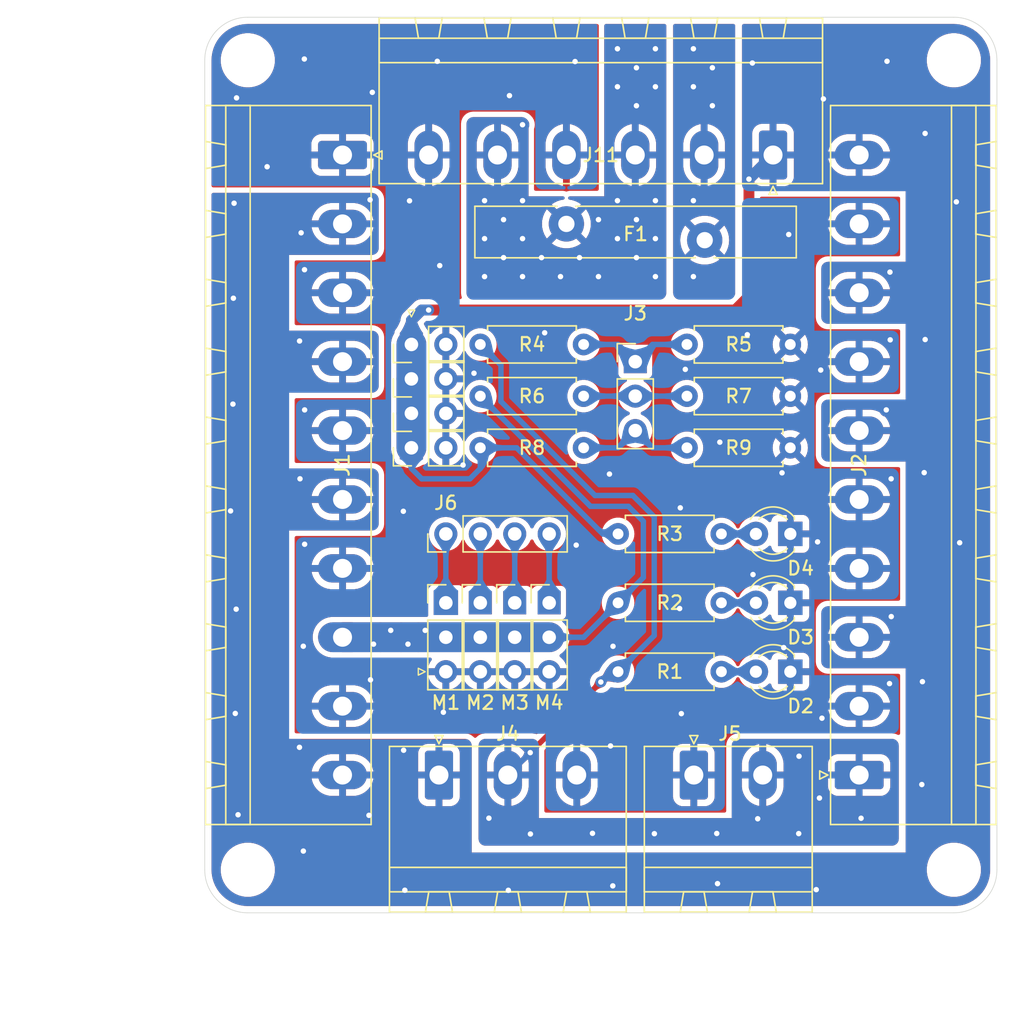
<source format=kicad_pcb>
(kicad_pcb (version 20240108) (generator "pcbnew") (generator_version "8.0")
  (layers (0 "F.Cu" power) (31 "B.Cu" power) (36 "B.SilkS" user "B.Silkscreen") (37 "F.SilkS" user "F.Silkscreen") (38 "B.Mask" user) (39 "F.Mask" user) (44 "Edge.Cuts" user))
  (net 0 "")
  (net 1 "Net-(D2-A)")
  (net 2 "GND")
  (net 3 "Net-(D3-A)")
  (net 4 "Net-(D4-A)")
  (net 5 "+4S")
  (net 6 "+8V")
  (net 7 "+5V")
  (net 8 "Net-(J3-Pin_1)")
  (net 9 "Net-(J3-Pin_2)")
  (net 10 "Net-(J3-Pin_3)")
  (net 11 "/PWM_SV3")
  (net 12 "/PWM_SV2")
  (net 13 "/PWM_SV4")
  (net 14 "/PWM_SV1")
  (net 15 "Net-(J11-Pin_2)")
  (net 16 "Net-(J11-Pin_3)")
  (footprint "MountingHole:MountingHole_3.2mm_M3" (layer "F.Cu") (at 180.975 123.825)
    (property "Reference" "H3" (hide yes))
    (property "Value" "MountingHole")
    (pad "" np_thru_hole circle (at 0 0) (size 3.2 3.2) (drill 3.2) (layers "*.Cu" "*.Mask"))
  )
  (footprint "Connectors_JST:JST_XH_1x04_P2.54mm_Vertical" (layer "F.Cu") (at 143.51 99.06 90)
    (property "Reference" "J6" (at 2.286 0 180) (layer "F.SilkS") (effects (font (thickness 0.16))))
    (property "Value" "Conn_01x04")
    (pad "1" thru_hole circle (at 0 0 90) (size 1.7 1.7) (drill 1) (layers "*.Cu" "*.Mask") (net 14 "/PWM_SV1"))
    (pad "2" thru_hole oval (at 0 2.54 90) (size 1.7 1.7) (drill 1) (layers "*.Cu" "*.Mask") (net 12 "/PWM_SV2"))
    (pad "3" thru_hole oval (at 0 5.08 90) (size 1.7 1.7) (drill 1) (layers "*.Cu" "*.Mask") (net 11 "/PWM_SV3"))
    (pad "4" thru_hole oval (at 0 7.62 90) (size 1.7 1.7) (drill 1) (layers "*.Cu" "*.Mask") (net 13 "/PWM_SV4"))
  )
  (footprint "Connector_PinHeader_2.54mm:PinHeader_1x02_P2.54mm_Vertical" (layer "F.Cu") (at 140.97 92.71 90)
    (property "Reference" "J10" (hide yes))
    (property "Value" "Conn_01x02")
    (pad "1" thru_hole rect (at 0 0 90) (size 1.7 1.7) (drill 1) (layers "*.Cu" "*.Mask") (net 5 "+4S"))
    (pad "2" thru_hole oval (at 0 2.54 90) (size 1.7 1.7) (drill 1) (layers "*.Cu" "*.Mask") (net 2 "GND"))
  )
  (footprint "Resistor_THT:R_Axial_DIN0207_L6.3mm_D2.5mm_P7.62mm_Horizontal" (layer "F.Cu") (at 168.91 88.9 180)
    (property "Reference" "R7" (at 3.81 0 0) (layer "F.SilkS") (effects (font (thickness 0.16))))
    (property "Value" "10k")
    (pad "1" thru_hole circle (at 0 0 180) (size 1.6 1.6) (drill 0.8) (layers "*.Cu" "*.Mask") (net 2 "GND"))
    (pad "2" thru_hole oval (at 7.62 0 180) (size 1.6 1.6) (drill 0.8) (layers "*.Cu" "*.Mask") (net 9 "Net-(J3-Pin_2)"))
  )
  (footprint "Resistor_THT:R_Axial_DIN0207_L6.3mm_D2.5mm_P7.62mm_Horizontal" (layer "F.Cu") (at 146.05 92.71)
    (property "Reference" "R8" (at 3.81 0 0) (layer "F.SilkS") (effects (font (thickness 0.16))))
    (property "Value" "5k")
    (pad "1" thru_hole circle (at 0 0) (size 1.6 1.6) (drill 0.8) (layers "*.Cu" "*.Mask") (net 5 "+4S"))
    (pad "2" thru_hole oval (at 7.62 0) (size 1.6 1.6) (drill 0.8) (layers "*.Cu" "*.Mask") (net 10 "Net-(J3-Pin_3)"))
  )
  (footprint "Connector_PinHeader_2.54mm:PinHeader_1x02_P2.54mm_Vertical" (layer "F.Cu") (at 140.97 87.63 90)
    (property "Reference" "J8" (hide yes))
    (property "Value" "Conn_01x02")
    (pad "1" thru_hole rect (at 0 0 90) (size 1.7 1.7) (drill 1) (layers "*.Cu" "*.Mask") (net 5 "+4S"))
    (pad "2" thru_hole oval (at 0 2.54 90) (size 1.7 1.7) (drill 1) (layers "*.Cu" "*.Mask") (net 2 "GND"))
  )
  (footprint "MountingHole:MountingHole_3.2mm_M3" (layer "F.Cu") (at 128.905 123.825)
    (property "Reference" "H4" (hide yes))
    (property "Value" "MountingHole")
    (pad "" np_thru_hole circle (at 0 0) (size 3.2 3.2) (drill 3.2) (layers "*.Cu" "*.Mask"))
  )
  (footprint "Connector_PinHeader_2.54mm:PinHeader_1x03_P2.54mm_Vertical" (layer "F.Cu") (at 146.05 104.14)
    (property "Reference" "M2" (at 0 7.366 0) (layer "F.SilkS") (effects (font (thickness 0.16))))
    (property "Value" "Motor_Servo")
    (pad "1" thru_hole rect (at 0 0) (size 1.7 1.7) (drill 1) (layers "*.Cu" "*.Mask") (net 12 "/PWM_SV2"))
    (pad "2" thru_hole oval (at 0 2.54) (size 1.7 1.7) (drill 1) (layers "*.Cu" "*.Mask") (net 6 "+8V"))
    (pad "3" thru_hole oval (at 0 5.08) (size 1.7 1.7) (drill 1) (layers "*.Cu" "*.Mask") (net 2 "GND"))
  )
  (footprint "Resistor_THT:R_Axial_DIN0207_L6.3mm_D2.5mm_P7.62mm_Horizontal" (layer "F.Cu") (at 168.91 92.71 180)
    (property "Reference" "R9" (at 3.81 0 0) (layer "F.SilkS") (effects (font (thickness 0.16))))
    (property "Value" "10k")
    (pad "1" thru_hole circle (at 0 0 180) (size 1.6 1.6) (drill 0.8) (layers "*.Cu" "*.Mask") (net 2 "GND"))
    (pad "2" thru_hole oval (at 7.62 0 180) (size 1.6 1.6) (drill 0.8) (layers "*.Cu" "*.Mask") (net 10 "Net-(J3-Pin_3)"))
  )
  (footprint "Resistor_THT:R_Axial_DIN0207_L6.3mm_D2.5mm_P7.62mm_Horizontal" (layer "F.Cu") (at 156.21 104.14)
    (property "Reference" "R2" (at 3.81 0 0) (layer "F.SilkS") (effects (font (thickness 0.16))))
    (property "Value" "330")
    (pad "1" thru_hole circle (at 0 0) (size 1.6 1.6) (drill 0.8) (layers "*.Cu" "*.Mask") (net 6 "+8V"))
    (pad "2" thru_hole oval (at 7.62 0) (size 1.6 1.6) (drill 0.8) (layers "*.Cu" "*.Mask") (net 3 "Net-(D3-A)"))
  )
  (footprint "MountingHole:MountingHole_3.2mm_M3" (layer "F.Cu") (at 128.905 64.135)
    (property "Reference" "H1" (hide yes))
    (property "Value" "MountingHole")
    (pad "" np_thru_hole circle (at 0 0) (size 3.2 3.2) (drill 3.2) (layers "*.Cu" "*.Mask"))
  )
  (footprint "Resistor_THT:R_Axial_DIN0207_L6.3mm_D2.5mm_P7.62mm_Horizontal" (layer "F.Cu") (at 146.05 85.09)
    (property "Reference" "R4" (at 3.81 0 0) (layer "F.SilkS") (effects (font (thickness 0.16))))
    (property "Value" "39k")
    (pad "1" thru_hole circle (at 0 0) (size 1.6 1.6) (drill 0.8) (layers "*.Cu" "*.Mask") (net 7 "+5V"))
    (pad "2" thru_hole oval (at 7.62 0) (size 1.6 1.6) (drill 0.8) (layers "*.Cu" "*.Mask") (net 8 "Net-(J3-Pin_1)"))
  )
  (footprint "Connector_PinHeader_2.54mm:PinHeader_1x03_P2.54mm_Vertical" (layer "F.Cu") (at 143.51 104.14)
    (property "Reference" "M1" (at 0 7.366 0) (layer "F.SilkS") (effects (font (thickness 0.16))))
    (property "Value" "Motor_Servo")
    (pad "1" thru_hole rect (at 0 0) (size 1.8 1.8) (drill 1) (layers "*.Cu" "*.Mask") (net 14 "/PWM_SV1"))
    (pad "2" thru_hole oval (at 0 2.54) (size 1.7 1.7) (drill 1) (layers "*.Cu" "*.Mask") (net 6 "+8V"))
    (pad "3" thru_hole oval (at 0 5.08) (size 1.7 1.7) (drill 1) (layers "*.Cu" "*.Mask") (net 2 "GND"))
  )
  (footprint "Fuses_THT:Fuse_Tyco_RGEF1400" (layer "F.Cu") (at 152.4 76.2)
    (property "Reference" "F1" (at 5.099999 0.75 0) (layer "F.SilkS") (effects (font (thickness 0.16))))
    (property "Value" "Polyfuse_Small")
    (pad "1" thru_hole circle (at 0 0) (size 2.6 2.6) (drill 1.2) (layers "*.Cu" "*.Mask") (net 16 "Net-(J11-Pin_3)"))
    (pad "2" thru_hole circle (at 10.2 1.2) (size 2.6 2.6) (drill 1.2) (layers "*.Cu" "*.Mask") (net 15 "Net-(J11-Pin_2)"))
  )
  (footprint "Resistor_THT:R_Axial_DIN0207_L6.3mm_D2.5mm_P7.62mm_Horizontal" (layer "F.Cu") (at 156.21 99.06)
    (property "Reference" "R3" (at 3.81 0 0) (layer "F.SilkS") (effects (font (thickness 0.16))))
    (property "Value" "150")
    (pad "1" thru_hole circle (at 0 0) (size 1.6 1.6) (drill 0.8) (layers "*.Cu" "*.Mask") (net 5 "+4S"))
    (pad "2" thru_hole oval (at 7.62 0) (size 1.6 1.6) (drill 0.8) (layers "*.Cu" "*.Mask") (net 4 "Net-(D4-A)"))
  )
  (footprint "Connector_PinHeader_2.54mm:PinHeader_1x02_P2.54mm_Vertical" (layer "F.Cu") (at 140.97 85.09 90)
    (property "Reference" "J7" (hide yes))
    (property "Value" "Conn_01x02")
    (pad "1" thru_hole rect (at 0 0 90) (size 1.7 1.7) (drill 1) (layers "*.Cu" "*.Mask") (net 5 "+4S"))
    (pad "2" thru_hole oval (at 0 2.54 90) (size 1.7 1.7) (drill 1) (layers "*.Cu" "*.Mask") (net 2 "GND"))
  )
  (footprint "Connector_Phoenix_MSTB:PhoenixContact_MSTBA_2,5_10-G-5,08_1x10_P5.08mm_Horizontal" (layer "F.Cu") (at 173.99 116.84 90)
    (property "Reference" "J2" (at 22.86 0 90) (layer "F.SilkS") (effects (font (thickness 0.16))))
    (property "Value" "Screw_Terminal_01x10")
    (pad "1" thru_hole roundrect (at 0 0 90) (size 2.08 3.6) (drill 1.4) (layers "*.Cu" "*.Mask") (roundrect_rratio 0.120192) (net 7 "+5V"))
    (pad "2" thru_hole oval (at 5.08 0 90) (size 2.08 3.6) (drill 1.4) (layers "*.Cu" "*.Mask") (net 2 "GND"))
    (pad "3" thru_hole oval (at 10.16 0 90) (size 2.08 3.6) (drill 1.4) (layers "*.Cu" "*.Mask") (net 5 "+4S"))
    (pad "4" thru_hole oval (at 15.24 0 90) (size 2.08 3.6) (drill 1.4) (layers "*.Cu" "*.Mask") (net 2 "GND"))
    (pad "5" thru_hole oval (at 20.32 0 90) (size 2.08 3.6) (drill 1.4) (layers "*.Cu" "*.Mask") (net 2 "GND"))
    (pad "6" thru_hole oval (at 25.4 0 90) (size 2.08 3.6) (drill 1.4) (layers "*.Cu" "*.Mask") (net 5 "+4S"))
    (pad "7" thru_hole oval (at 30.48 0 90) (size 2.08 3.6) (drill 1.4) (layers "*.Cu" "*.Mask") (net 2 "GND"))
    (pad "8" thru_hole oval (at 35.56 0 90) (size 2.08 3.6) (drill 1.4) (layers "*.Cu" "*.Mask") (net 5 "+4S"))
    (pad "9" thru_hole oval (at 40.64 0 90) (size 2.08 3.6) (drill 1.4) (layers "*.Cu" "*.Mask") (net 2 "GND"))
    (pad "10" thru_hole oval (at 45.72 0 90) (size 2.08 3.6) (drill 1.4) (layers "*.Cu" "*.Mask") (net 5 "+4S"))
  )
  (footprint "Connector_Phoenix_MSTB:PhoenixContact_MSTBA_2,5_6-G-5,08_1x06_P5.08mm_Horizontal" (layer "F.Cu") (at 167.64 71.12 180)
    (property "Reference" "J11" (at 12.7 0 0) (layer "F.SilkS") (effects (font (thickness 0.16))))
    (property "Value" "Screw_Terminal_01x06")
    (pad "1" thru_hole roundrect (at 0 0 180) (size 2.08 3.6) (drill 1.4) (layers "*.Cu" "*.Mask") (roundrect_rratio 0.120192) (net 5 "+4S"))
    (pad "2" thru_hole oval (at 5.08 0 180) (size 2.08 3.6) (drill 1.4) (layers "*.Cu" "*.Mask") (net 15 "Net-(J11-Pin_2)"))
    (pad "3" thru_hole oval (at 10.16 0 180) (size 2.08 3.6) (drill 1.4) (layers "*.Cu" "*.Mask") (net 16 "Net-(J11-Pin_3)"))
    (pad "4" thru_hole oval (at 15.24 0 180) (size 2.08 3.6) (drill 1.4) (layers "*.Cu" "*.Mask") (net 2 "GND"))
    (pad "5" thru_hole oval (at 20.32 0 180) (size 2.08 3.6) (drill 1.4) (layers "*.Cu" "*.Mask") (net 16 "Net-(J11-Pin_3)"))
    (pad "6" thru_hole oval (at 25.4 0 180) (size 2.08 3.6) (drill 1.4) (layers "*.Cu" "*.Mask") (net 2 "GND"))
  )
  (footprint "Resistor_THT:R_Axial_DIN0207_L6.3mm_D2.5mm_P7.62mm_Horizontal" (layer "F.Cu") (at 168.91 85.09 180)
    (property "Reference" "R5" (at 3.81 0 0) (layer "F.SilkS") (effects (font (thickness 0.16))))
    (property "Value" "10k")
    (pad "1" thru_hole circle (at 0 0 180) (size 1.6 1.6) (drill 0.8) (layers "*.Cu" "*.Mask") (net 2 "GND"))
    (pad "2" thru_hole oval (at 7.62 0 180) (size 1.6 1.6) (drill 0.8) (layers "*.Cu" "*.Mask") (net 8 "Net-(J3-Pin_1)"))
  )
  (footprint "LED_THT:LED_D3.0mm_Clear" (layer "F.Cu") (at 168.915 109.22 180)
    (property "Reference" "D2" (at -0.757 -2.54 0) (layer "F.SilkS") (effects (font (thickness 0.16))))
    (property "Value" "LED_Small")
    (pad "1" thru_hole rect (at 0 0 180) (size 1.8 1.8) (drill 0.9) (layers "*.Cu" "*.Mask") (net 2 "GND"))
    (pad "2" thru_hole circle (at 2.54 0 180) (size 1.8 1.8) (drill 0.9) (layers "*.Cu" "*.Mask") (net 1 "Net-(D2-A)"))
  )
  (footprint "LED_THT:LED_D3.0mm_Clear" (layer "F.Cu") (at 168.915 104.14 180)
    (property "Reference" "D3" (at -0.757 -2.54 0) (layer "F.SilkS") (effects (font (thickness 0.16))))
    (property "Value" "LED_Small")
    (pad "1" thru_hole rect (at 0 0 180) (size 1.8 1.8) (drill 0.9) (layers "*.Cu" "*.Mask") (net 2 "GND"))
    (pad "2" thru_hole circle (at 2.54 0 180) (size 1.8 1.8) (drill 0.9) (layers "*.Cu" "*.Mask") (net 3 "Net-(D3-A)"))
  )
  (footprint "LED_THT:LED_D3.0mm_Clear" (layer "F.Cu") (at 168.915 99.06 180)
    (property "Reference" "D4" (at -0.757 -2.54 0) (layer "F.SilkS") (effects (font (thickness 0.16))))
    (property "Value" "LED_Small")
    (pad "1" thru_hole rect (at 0 0 180) (size 1.8 1.8) (drill 0.9) (layers "*.Cu" "*.Mask") (net 2 "GND"))
    (pad "2" thru_hole circle (at 2.54 0 180) (size 1.8 1.8) (drill 0.9) (layers "*.Cu" "*.Mask") (net 4 "Net-(D4-A)"))
  )
  (footprint "Resistor_THT:R_Axial_DIN0207_L6.3mm_D2.5mm_P7.62mm_Horizontal" (layer "F.Cu") (at 146.05 88.9)
    (property "Reference" "R6" (at 3.81 0 0) (layer "F.SilkS") (effects (font (thickness 0.16))))
    (property "Value" "15k")
    (pad "1" thru_hole circle (at 0 0) (size 1.6 1.6) (drill 0.8) (layers "*.Cu" "*.Mask") (net 6 "+8V"))
    (pad "2" thru_hole oval (at 7.62 0) (size 1.6 1.6) (drill 0.8) (layers "*.Cu" "*.Mask") (net 9 "Net-(J3-Pin_2)"))
  )
  (footprint "Connector_PinHeader_2.54mm:PinHeader_1x03_P2.54mm_Vertical" (layer "F.Cu") (at 148.59 104.14)
    (property "Reference" "M3" (at 0 7.366 0) (layer "F.SilkS") (effects (font (thickness 0.16))))
    (property "Value" "Motor_Servo")
    (pad "1" thru_hole rect (at 0 0) (size 1.7 1.7) (drill 1) (layers "*.Cu" "*.Mask") (net 11 "/PWM_SV3"))
    (pad "2" thru_hole oval (at 0 2.54) (size 1.7 1.7) (drill 1) (layers "*.Cu" "*.Mask") (net 6 "+8V"))
    (pad "3" thru_hole oval (at 0 5.08) (size 1.7 1.7) (drill 1) (layers "*.Cu" "*.Mask") (net 2 "GND"))
  )
  (footprint "Connectors_JST:JST_XH_1x03_P2.54mm_Vertical" (layer "F.Cu") (at 157.48 86.36)
    (property "Reference" "J3" (at 0 -3.556 0) (layer "F.SilkS") (effects (font (thickness 0.16))))
    (property "Value" "Conn_01x03")
    (pad "1" thru_hole rect (at 0 0) (size 1.7 1.7) (drill 1) (layers "*.Cu" "*.Mask") (net 8 "Net-(J3-Pin_1)"))
    (pad "2" thru_hole oval (at 0 2.54) (size 1.7 1.7) (drill 1) (layers "*.Cu" "*.Mask") (net 9 "Net-(J3-Pin_2)"))
    (pad "3" thru_hole oval (at 0 5.08) (size 1.7 1.7) (drill 1) (layers "*.Cu" "*.Mask") (net 10 "Net-(J3-Pin_3)"))
  )
  (footprint "Resistor_THT:R_Axial_DIN0207_L6.3mm_D2.5mm_P7.62mm_Horizontal" (layer "F.Cu") (at 156.21 109.22)
    (property "Reference" "R1" (at 3.81 0 0) (layer "F.SilkS") (effects (font (thickness 0.16))))
    (property "Value" "750")
    (pad "1" thru_hole circle (at 0 0) (size 1.6 1.6) (drill 0.8) (layers "*.Cu" "*.Mask") (net 7 "+5V"))
    (pad "2" thru_hole oval (at 7.62 0) (size 1.6 1.6) (drill 0.8) (layers "*.Cu" "*.Mask") (net 1 "Net-(D2-A)"))
  )
  (footprint "Connector_Phoenix_MSTB:PhoenixContact_MSTBA_2,5_10-G-5,08_1x10_P5.08mm_Horizontal" (layer "F.Cu") (at 135.89 71.12 -90)
    (property "Reference" "J1" (at 22.86 0 -90) (layer "F.SilkS") (effects (font (thickness 0.16))))
    (property "Value" "Screw_Terminal_01x10")
    (pad "1" thru_hole roundrect (at 0 0 270) (size 2.08 3.6) (drill 1.4) (layers "*.Cu" "*.Mask") (roundrect_rratio 0.120192) (net 2 "GND"))
    (pad "2" thru_hole oval (at 5.08 0 270) (size 2.08 3.6) (drill 1.4) (layers "*.Cu" "*.Mask") (net 5 "+4S"))
    (pad "3" thru_hole oval (at 10.16 0 270) (size 2.08 3.6) (drill 1.4) (layers "*.Cu" "*.Mask") (net 2 "GND"))
    (pad "4" thru_hole oval (at 15.24 0 270) (size 2.08 3.6) (drill 1.4) (layers "*.Cu" "*.Mask") (net 5 "+4S"))
    (pad "5" thru_hole oval (at 20.32 0 270) (size 2.08 3.6) (drill 1.4) (layers "*.Cu" "*.Mask") (net 2 "GND"))
    (pad "6" thru_hole oval (at 25.4 0 270) (size 2.08 3.6) (drill 1.4) (layers "*.Cu" "*.Mask") (net 5 "+4S"))
    (pad "7" thru_hole oval (at 30.48 0 270) (size 2.08 3.6) (drill 1.4) (layers "*.Cu" "*.Mask") (net 2 "GND"))
    (pad "8" thru_hole oval (at 35.56 0 270) (size 2.2 3.6) (drill 1.4) (layers "*.Cu" "*.Mask") (net 6 "+8V"))
    (pad "9" thru_hole oval (at 40.64 0 270) (size 2.08 3.6) (drill 1.4) (layers "*.Cu" "*.Mask") (net 2 "GND"))
    (pad "10" thru_hole oval (at 45.72 0 270) (size 2.08 3.6) (drill 1.4) (layers "*.Cu" "*.Mask") (net 5 "+4S"))
  )
  (footprint "Connector_Phoenix_MSTB:PhoenixContact_MSTBA_2,5_2-G-5,08_1x02_P5.08mm_Horizontal" (layer "F.Cu") (at 161.798 116.84)
    (property "Reference" "J5" (at 2.667 -3.048 0) (layer "F.SilkS") (effects (font (thickness 0.16))))
    (property "Value" "Screw_Terminal_01x02")
    (pad "1" thru_hole roundrect (at 0 0) (size 2.08 3.6) (drill 1.4) (layers "*.Cu" "*.Mask") (roundrect_rratio 0.120192) (net 2 "GND"))
    (pad "2" thru_hole oval (at 5.08 0) (size 2.08 3.6) (drill 1.4) (layers "*.Cu" "*.Mask") (net 7 "+5V"))
  )
  (footprint "MountingHole:MountingHole_3.2mm_M3" (layer "F.Cu") (at 180.975 64.135)
    (property "Reference" "H2" (hide yes))
    (property "Value" "MountingHole")
    (pad "" np_thru_hole circle (at 0 0) (size 3.2 3.2) (drill 3.2) (layers "*.Cu" "*.Mask"))
  )
  (footprint "Connector_Phoenix_MSTB:PhoenixContact_MSTBA_2,5_3-G-5,08_1x03_P5.08mm_Horizontal" (layer "F.Cu") (at 143.002 116.84)
    (property "Reference" "J4" (at 5.08 -3.048 0) (layer "F.SilkS") (effects (font (thickness 0.16))))
    (property "Value" "Screw_Terminal_01x03")
    (pad "1" thru_hole roundrect (at 0 0) (size 2.08 3.6) (drill 1.4) (layers "*.Cu" "*.Mask") (roundrect_rratio 0.120192) (net 5 "+4S"))
    (pad "2" thru_hole oval (at 5.08 0) (size 2.08 3.6) (drill 1.4) (layers "*.Cu" "*.Mask") (net 7 "+5V"))
    (pad "3" thru_hole oval (at 10.16 0) (size 2.08 3.6) (drill 1.4) (layers "*.Cu" "*.Mask") (net 2 "GND"))
  )
  (footprint "Connector_PinHeader_2.54mm:PinHeader_1x03_P2.54mm_Vertical" (layer "F.Cu") (at 151.13 104.14)
    (property "Reference" "M4" (at 0 7.366 0) (layer "F.SilkS") (effects (font (thickness 0.16))))
    (property "Value" "Motor_Servo")
    (pad "1" thru_hole rect (at 0 0) (size 1.7 1.7) (drill 1) (layers "*.Cu" "*.Mask") (net 13 "/PWM_SV4"))
    (pad "2" thru_hole oval (at 0 2.54) (size 1.7 1.7) (drill 1) (layers "*.Cu" "*.Mask") (net 6 "+8V"))
    (pad "3" thru_hole oval (at 0 5.08) (size 1.7 1.7) (drill 1) (layers "*.Cu" "*.Mask") (net 2 "GND"))
  )
  (footprint "Connector_PinHeader_2.54mm:PinHeader_1x02_P2.54mm_Vertical" (layer "F.Cu") (at 140.97 90.17 90)
    (property "Reference" "J9" (hide yes))
    (property "Value" "Conn_01x02")
    (pad "1" thru_hole rect (at 0 0 90) (size 1.7 1.7) (drill 1) (layers "*.Cu" "*.Mask") (net 5 "+4S"))
    (pad "2" thru_hole oval (at 0 2.54 90) (size 1.7 1.7) (drill 1) (layers "*.Cu" "*.Mask") (net 2 "GND"))
  )
  (gr_poly (pts (xy 141.986 109.22) (xy 141.478 109.474) (xy 141.478 108.966)) (stroke (width 0.1)) (fill none) (layer "F.SilkS"))
  (gr_poly (pts (xy 140.97 83.058) (xy 140.716 82.55) (xy 141.224 82.55)) (stroke (width 0.1)) (fill none) (layer "F.SilkS"))
  (gr_line (start 180.975 127) (end 128.905 127) (stroke (width 0.05)) (layer "Edge.Cuts"))
  (gr_arc (start 180.975 60.96) (mid 183.220064 61.889936) (end 184.15 64.135) (stroke (width 0.05)) (layer "Edge.Cuts"))
  (gr_line (start 128.905 60.96) (end 180.975 60.96) (stroke (width 0.05)) (layer "Edge.Cuts"))
  (gr_arc (start 125.73 64.135) (mid 126.659936 61.889936) (end 128.905 60.96) (stroke (width 0.05)) (layer "Edge.Cuts"))
  (gr_line (start 125.73 123.825) (end 125.73 64.135) (stroke (width 0.05)) (layer "Edge.Cuts"))
  (gr_line (start 184.15 64.135) (end 184.15 123.825) (stroke (width 0.05)) (layer "Edge.Cuts"))
  (gr_arc (start 128.905 127) (mid 126.659936 126.070064) (end 125.73 123.825) (stroke (width 0.05)) (layer "Edge.Cuts"))
  (gr_arc (start 184.15 123.825) (mid 183.220064 126.070064) (end 180.975 127) (stroke (width 0.05)) (layer "Edge.Cuts"))
  (segment (start 163.83 109.22) (end 166.375 109.22) (width 0.4) (layer "B.Cu") (net 1))
  (via (at 170.924169 99.646245) (size 1) (drill 0.4) (layers "F.Cu" "B.Cu") (net 2))
  (via (at 133.096 99.822) (size 1) (drill 0.4) (layers "F.Cu" "B.Cu") (net 2))
  (via (at 176.228095 110.096584) (size 1) (drill 0.4) (layers "F.Cu" "B.Cu") (net 2))
  (via (at 166.160953 102.056691) (size 1) (drill 0.4) (layers "F.Cu" "B.Cu") (net 2))
  (via (at 168.426271 107.444341) (size 1) (drill 0.4) (layers "F.Cu" "B.Cu") (net 2))
  (via (at 133.086998 79.578287) (size 1) (drill 0.4) (layers "F.Cu" "B.Cu") (net 2))
  (via (at 148.201761 66.74156) (size 1) (drill 0.4) (layers "F.Cu" "B.Cu") (net 2))
  (via (at 153.123758 99.886124) (size 1) (drill 0.4) (layers "F.Cu" "B.Cu") (net 2))
  (via (at 145.585864 87.212194) (size 1) (drill 0.4) (layers "F.Cu" "B.Cu") (net 2))
  (via (at 144.78 93.98) (size 0.8) (drill 0.4) (layers "F.Cu" "B.Cu") (net 2))
  (via (at 140.375127 97.391673) (size 1) (drill 0.4) (layers "F.Cu" "B.Cu") (net 2))
  (via (at 168.79563 76.981126) (size 1) (drill 0.4) (layers "F.Cu" "B.Cu") (net 2))
  (via (at 132.997934 107.342786) (size 1) (drill 0.4) (layers "F.Cu" "B.Cu") (net 2))
  (via (at 143.328241 112.210519) (size 1) (drill 0.4) (layers "F.Cu" "B.Cu") (net 2))
  (via (at 176.279526 84.74919) (size 1) (drill 0.4) (layers "F.Cu" "B.Cu") (net 2))
  (via (at 163.713968 92.296686) (size 1) (drill 0.4) (layers "F.Cu" "B.Cu") (net 2))
  (via (at 160.799319 97.13647) (size 1) (drill 0.4) (layers "F.Cu" "B.Cu") (net 2))
  (via (at 133.074614 64.041441) (size 1) (drill 0.4) (layers "F.Cu" "B.Cu") (net 2))
  (via (at 130.329737 71.985381) (size 1) (drill 0.4) (layers "F.Cu" "B.Cu") (net 2))
  (via (at 138.087353 66.49956) (size 1) (drill 0.4) (layers "F.Cu" "B.Cu") (net 2))
  (via (at 128.075629 66.907809) (size 1) (drill 0.4) (layers "F.Cu" "B.Cu") (net 2))
  (via (at 153.03895 64.228009) (size 1) (drill 0.4) (layers "F.Cu" "B.Cu") (net 2))
  (via (at 150.797275 84.229466) (size 1) (drill 0.4) (layers "F.Cu" "B.Cu") (net 2))
  (via (at 133.096 89.916) (size 1) (drill 0.4) (layers "F.Cu" "B.Cu") (net 2))
  (via (at 176.348333 94.996) (size 1) (drill 0.4) (layers "F.Cu" "B.Cu") (net 2))
  (via (at 142.880487 64.211014) (size 1) (drill 0.4) (layers "F.Cu" "B.Cu") (net 2))
  (via (at 171.155215 86.977525) (size 1) (drill 0.4) (layers "F.Cu" "B.Cu") (net 2))
  (via (at 161.168835 86.926861) (size 1) (drill 0.4) (layers "F.Cu" "B.Cu") (net 2))
  (via (at 171.245509 112.64836) (size 1) (drill 0.4) (layers "F.Cu" "B.Cu") (net 2))
  (via (at 168.301979 94.557269) (size 1) (drill 0.4) (layers "F.Cu" "B.Cu") (net 2))
  (via (at 137.952064 109.819218) (size 1) (drill 0.4) (layers "F.Cu" "B.Cu") (net 2))
  (via (at 155.837419 107.346522) (size 1) (drill 0.4) (layers "F.Cu" "B.Cu") (net 2))
  (via (at 140.83118 74.497618) (size 1) (drill 0.4) (layers "F.Cu" "B.Cu") (net 2))
  (via (at 143.059317 79.275455) (size 1) (drill 0.4) (layers "F.Cu" "B.Cu") (net 2))
  (via (at 155.57558 94.646504) (size 1) (drill 0.4) (layers "F.Cu" "B.Cu") (net 2))
  (via (at 160.876825 112.310923) (size 1) (drill 0.4) (layers "F.Cu" "B.Cu") (net 2))
  (via (at 160.752036 104.562385) (size 1) (drill 0.4) (layers "F.Cu" "B.Cu") (net 2))
  (via (at 165.742279 84.371165) (size 1) (drill 0.4) (layers "F.Cu" "B.Cu") (net 2))
  (via (at 155.653531 114.693716) (size 1) (drill 0.4) (layers "F.Cu" "B.Cu") (net 2))
  (segment (start 163.83 104.14) (end 166.375 104.14) (width 0.4) (layer "B.Cu") (net 3))
  (segment (start 163.83 99.06) (end 166.375 99.06) (width 0.4) (layer "B.Cu") (net 4))
  (segment (start 165.862 81.534) (end 165.862 72.898) (width 0.8) (layer "F.Cu") (net 5))
  (segment (start 140.97 83.312) (end 140.97 85.09) (width 0.8) (layer "F.Cu") (net 5))
  (segment (start 142.24 82.55) (end 141.732 82.55) (width 0.8) (layer "F.Cu") (net 5))
  (segment (start 142.24 82.55) (end 164.846 82.55) (width 0.8) (layer "F.Cu") (net 5))
  (segment (start 164.846 82.55) (end 165.862 81.534) (width 0.8) (layer "F.Cu") (net 5))
  (segment (start 141.732 82.55) (end 140.97 83.312) (width 0.8) (layer "F.Cu") (net 5))
  (segment (start 140.97 85.09) (end 140.97 92.71) (width 2.2) (layer "F.Cu") (net 5))
  (segment (start 165.862 72.898) (end 167.64 71.12) (width 0.8) (layer "F.Cu") (net 5))
  (via (at 176.261014 79.756) (size 1) (drill 0.4) (layers "F.Cu" "B.Cu") (net 5))
  (via (at 165.862 72.898) (size 0.8) (drill 0.4) (layers "F.Cu" "B.Cu") (net 5))
  (via (at 127.808632 89.48831) (size 1) (drill 0.4) (layers "F.Cu" "B.Cu") (net 5))
  (via (at 181.401388 99.710838) (size 1) (drill 0.4) (layers "F.Cu" "B.Cu") (net 5))
  (via (at 178.6554 109.955374) (size 1) (drill 0.4) (layers "F.Cu" "B.Cu") (net 5))
  (via (at 176.357194 105.156) (size 1) (drill 0.4) (layers "F.Cu" "B.Cu") (net 5))
  (via (at 127.981441 112.297868) (size 1) (drill 0.4) (layers "F.Cu" "B.Cu") (net 5))
  (via (at 128.048156 104.609664) (size 1) (drill 0.4) (layers "F.Cu" "B.Cu") (net 5))
  (via (at 142.24 82.55) (size 0.8) (drill 0.4) (layers "F.Cu" "B.Cu") (net 5))
  (via (at 132.722245 84.836) (size 1) (drill 0.4) (layers "F.Cu" "B.Cu") (net 5))
  (via (at 166.116 64.336941) (size 1) (drill 0.4) (layers "F.Cu" "B.Cu") (net 5))
  (via (at 176.043501 64.207969) (size 1) (drill 0.4) (layers "F.Cu" "B.Cu") (net 5))
  (via (at 132.715782 114.79656) (size 1) (drill 0.4) (layers "F.Cu" "B.Cu") (net 5))
  (via (at 127.841814 81.68109) (size 1) (drill 0.4) (layers "F.Cu" "B.Cu") (net 5))
  (via (at 181.157047 74.575961) (size 1) (drill 0.4) (layers "F.Cu" "B.Cu") (net 5))
  (via (at 170.824977 125.290339) (size 1) (drill 0.4) (layers "F.Cu" "B.Cu") (net 5))
  (via (at 155.820852 125.012631) (size 1) (drill 0.4) (layers "F.Cu" "B.Cu") (net 5))
  (via (at 137.84211 119.810858) (size 1) (drill 0.4) (layers "F.Cu" "B.Cu") (net 5))
  (via (at 178.785071 94.541499) (size 1) (drill 0.4) (layers "F.Cu" "B.Cu") (net 5))
  (via (at 132.753941 94.996) (size 1) (drill 0.4) (layers "F.Cu" "B.Cu") (net 5))
  (via (at 127.893291 74.676) (size 1) (drill 0.4) (layers "F.Cu" "B.Cu") (net 5))
  (via (at 140.396335 115.011552) (size 1) (drill 0.4) (layers "F.Cu" "B.Cu") (net 5))
  (via (at 148.118412 125.339327) (size 1) (drill 0.4) (layers "F.Cu" "B.Cu") (net 5))
  (via (at 178.853163 69.528379) (size 1) (drill 0.4) (layers "F.Cu" "B.Cu") (net 5))
  (via (at 127.634814 97.365858) (size 1) (drill 0.4) (layers "F.Cu" "B.Cu") (net 5))
  (via (at 178.610969 117.540261) (size 1) (drill 0.4) (layers "F.Cu" "B.Cu") (net 5))
  (via (at 128.186586 119.76875) (size 1) (drill 0.4) (layers "F.Cu" "B.Cu") (net 5))
  (via (at 163.544554 124.847067) (size 1) (drill 0.4) (layers "F.Cu" "B.Cu") (net 5))
  (via (at 132.83774 76.858081) (size 1) (drill 0.4) (layers "F.Cu" "B.Cu") (net 5))
  (via (at 175.989776 89.916) (size 1) (drill 0.4) (layers "F.Cu" "B.Cu") (net 5))
  (via (at 137.922 74.422) (size 1) (drill 0.4) (layers "F.Cu" "B.Cu") (net 5))
  (via (at 171.353273 66.983082) (size 1) (drill 0.4) (layers "F.Cu" "B.Cu") (net 5))
  (via (at 178.856804 84.727136) (size 1) (drill 0.4) (layers "F.Cu" "B.Cu") (net 5))
  (via (at 133.001855 122.447165) (size 1) (drill 0.4) (layers "F.Cu" "B.Cu") (net 5))
  (via (at 140.485598 125.333292) (size 1) (drill 0.4) (layers "F.Cu" "B.Cu") (net 5))
  (segment (start 140.97 87.63) (end 140.97 90.17) (width 2.2) (layer "B.Cu") (net 5))
  (segment (start 142.24 82.55) (end 141.732 82.55) (width 0.8) (layer "B.Cu") (net 5))
  (segment (start 146.05 94.234) (end 145.288 94.996) (width 0.4) (layer "B.Cu") (net 5))
  (segment (start 140.97 94.234) (end 140.97 92.71) (width 0.4) (layer "B.Cu") (net 5))
  (segment (start 156.21 99.06) (end 155.07863 99.06) (width 0.4) (layer "B.Cu") (net 5))
  (segment (start 167.64 71.12) (end 165.862 72.898) (width 0.8) (layer "B.Cu") (net 5))
  (segment (start 155.07863 99.06) (end 148.72863 92.71) (width 0.4) (layer "B.Cu") (net 5))
  (segment (start 146.05 92.71) (end 146.05 94.234) (width 0.4) (layer "B.Cu") (net 5))
  (segment (start 140.97 90.17) (end 140.97 92.71) (width 2.2) (layer "B.Cu") (net 5))
  (segment (start 145.288 94.996) (end 141.732 94.996) (width 0.4) (layer "B.Cu") (net 5))
  (segment (start 141.732 94.996) (end 140.97 94.234) (width 0.4) (layer "B.Cu") (net 5))
  (segment (start 140.97 87.63) (end 140.97 85.09) (width 2.2) (layer "B.Cu") (net 5))
  (segment (start 141.732 82.55) (end 140.97 83.312) (width 0.8) (layer "B.Cu") (net 5))
  (segment (start 140.97 83.312) (end 140.97 85.09) (width 0.8) (layer "B.Cu") (net 5))
  (segment (start 148.72863 92.71) (end 146.05 92.71) (width 0.4) (layer "B.Cu") (net 5))
  (segment (start 138.684 106.68) (end 140.208 106.68) (width 2.2) (layer "F.Cu") (net 6))
  (segment (start 135.89 106.68) (end 138.684 106.68) (width 2.2) (layer "F.Cu") (net 6))
  (segment (start 141.478 106.68) (end 151.13 106.68) (width 2.2) (layer "F.Cu") (net 6))
  (segment (start 140.208 106.68) (end 141.478 106.68) (width 2.2) (layer "F.Cu") (net 6))
  (via (at 139.446 106.172) (size 0.8) (drill 0.4) (layers "F.Cu" "B.Cu") (net 6))
  (via (at 138.176 107.188) (size 0.8) (drill 0.4) (layers "F.Cu" "B.Cu") (net 6))
  (via (at 140.716 107.188) (size 0.8) (drill 0.4) (layers "F.Cu" "B.Cu") (net 6))
  (via (at 141.986 106.172) (size 0.8) (drill 0.4) (layers "F.Cu" "B.Cu") (net 6))
  (segment (start 135.89 106.68) (end 151.13 106.68) (width 2.2) (layer "B.Cu") (net 6))
  (segment (start 158.077 98.133) (end 156.972 97.028) (width 0.4) (layer "B.Cu") (net 6))
  (segment (start 151.13 106.68) (end 153.67 106.68) (width 0.4) (layer "B.Cu") (net 6))
  (segment (start 154.178 97.028) (end 146.05 88.9) (width 0.4) (layer "B.Cu") (net 6))
  (segment (start 156.972 97.028) (end 154.178 97.028) (width 0.4) (layer "B.Cu") (net 6))
  (segment (start 153.67 106.68) (end 156.21 104.14) (width 0.4) (layer "B.Cu") (net 6))
  (segment (start 158.077 102.273) (end 158.077 98.133) (width 0.4) (layer "B.Cu") (net 6))
  (segment (start 156.21 104.14) (end 158.077 102.273) (width 0.4) (layer "B.Cu") (net 6))
  (segment (start 154.94 109.982) (end 149.733 115.189) (width 0.4) (layer "F.Cu") (net 7))
  (segment (start 149.733 115.189) (end 148.082 116.84) (width 0.4) (layer "F.Cu") (net 7))
  (segment (start 155.702 109.22) (end 156.21 109.22) (width 0.4) (layer "F.Cu") (net 7))
  (segment (start 154.94 109.982) (end 155.702 109.22) (width 0.4) (layer "F.Cu") (net 7))
  (via (at 149.733 115.189) (size 0.8) (drill 0.4) (layers "F.Cu" "B.Cu") (net 7))
  (via (at 166.508766 120.063835) (size 1) (drill 0.4) (layers "F.Cu" "B.Cu") (net 7))
  (via (at 171.061293 118.537028) (size 1) (drill 0.4) (layers "F.Cu" "B.Cu") (net 7))
  (via (at 149.746432 121.186704) (size 1) (drill 0.4) (layers "F.Cu" "B.Cu") (net 7))
  (via (at 174.131022 120.026258) (size 1) (drill 0.4) (layers "F.Cu" "B.Cu") (net 7))
  (via (at 169.532318 121.158) (size 1) (drill 0.4) (layers "F.Cu" "B.Cu") (net 7))
  (via (at 154.94 109.982) (size 0.8) (drill 0.4) (layers "F.Cu" "B.Cu") (net 7))
  (via (at 169.555609 115.453229) (size 1) (drill 0.4) (layers "F.Cu" "B.Cu") (net 7))
  (via (at 158.888573 121.164227) (size 1) (drill 0.4) (layers "F.Cu" "B.Cu") (net 7))
  (via (at 146.685304 120.021521) (size 1) (drill 0.4) (layers "F.Cu" "B.Cu") (net 7))
  (via (at 154.324681 121.138243) (size 1) (drill 0.4) (layers "F.Cu" "B.Cu") (net 7))
  (via (at 163.487724 121.147754) (size 1) (drill 0.4) (layers "F.Cu" "B.Cu") (net 7))
  (segment (start 155.702 109.22) (end 156.21 109.22) (width 0.4) (layer "B.Cu") (net 7))
  (segment (start 158.877 97.801629) (end 157.303371 96.228) (width 0.4) (layer "B.Cu") (net 7))
  (segment (start 157.303371 96.228) (end 154.50937 96.228) (width 0.4) (layer "B.Cu") (net 7))
  (segment (start 154.94 109.982) (end 155.702 109.22) (width 0.4) (layer "B.Cu") (net 7))
  (segment (start 148.082 116.84) (end 149.733 115.189) (width 0.4) (layer "B.Cu") (net 7))
  (segment (start 158.877 106.553) (end 158.877 97.801629) (width 0.4) (layer "B.Cu") (net 7))
  (segment (start 154.50937 96.228) (end 147.574 89.29263) (width 0.4) (layer "B.Cu") (net 7))
  (segment (start 147.574 86.614) (end 146.05 85.09) (width 0.4) (layer "B.Cu") (net 7))
  (segment (start 156.21 109.22) (end 158.877 106.553) (width 0.4) (layer "B.Cu") (net 7))
  (segment (start 147.574 89.29263) (end 147.574 86.614) (width 0.4) (layer "B.Cu") (net 7))
  (segment (start 153.67 85.09) (end 156.21 85.09) (width 0.4) (layer "B.Cu") (net 8))
  (segment (start 156.21 85.09) (end 157.48 86.36) (width 0.4) (layer "B.Cu") (net 8))
  (segment (start 161.29 85.09) (end 158.75 85.09) (width 0.4) (layer "B.Cu") (net 8))
  (segment (start 158.75 85.09) (end 157.48 86.36) (width 0.4) (layer "B.Cu") (net 8))
  (segment (start 157.48 88.9) (end 161.29 88.9) (width 0.4) (layer "B.Cu") (net 9))
  (segment (start 153.67 88.9) (end 157.48 88.9) (width 0.4) (layer "B.Cu") (net 9))
  (segment (start 158.75 92.71) (end 157.48 91.44) (width 0.4) (layer "B.Cu") (net 10))
  (segment (start 156.21 92.71) (end 157.48 91.44) (width 0.4) (layer "B.Cu") (net 10))
  (segment (start 153.67 92.71) (end 156.21 92.71) (width 0.4) (layer "B.Cu") (net 10))
  (segment (start 161.29 92.71) (end 158.75 92.71) (width 0.4) (layer "B.Cu") (net 10))
  (segment (start 148.59 104.14) (end 148.59 99.06) (width 0.4) (layer "B.Cu") (net 11))
  (segment (start 146.05 104.14) (end 146.05 99.06) (width 0.4) (layer "B.Cu") (net 12))
  (segment (start 151.13 104.14) (end 151.13 99.06) (width 0.4) (layer "B.Cu") (net 13))
  (segment (start 143.51 104.14) (end 143.51 99.06) (width 0.4) (layer "B.Cu") (net 14))
  (via (at 163.165 64.68675) (size 1) (drill 0.4) (layers "F.Cu" "B.Cu") (net 15))
  (via (at 163.165 67.48675) (size 1) (drill 0.4) (layers "F.Cu" "B.Cu") (net 15))
  (via (at 161.765 63.28675) (size 1) (drill 0.4) (layers "F.Cu" "B.Cu") (net 15))
  (via (at 161.765 80.08675) (size 1) (drill 0.4) (layers "F.Cu" "B.Cu") (net 15))
  (via (at 161.765 74.48675) (size 1) (drill 0.4) (layers "F.Cu" "B.Cu") (net 15))
  (via (at 161.765 66.08675) (size 1) (drill 0.4) (layers "F.Cu" "B.Cu") (net 15))
  (via (at 158.965 80.08675) (size 1) (drill 0.4) (layers "F.Cu" "B.Cu") (net 16))
  (via (at 157.565 75.88675) (size 1) (drill 0.4) (layers "F.Cu" "B.Cu") (net 16))
  (via (at 149.165 77.28675) (size 1) (drill 0.4) (layers "F.Cu" "B.Cu") (net 16))
  (via (at 157.565 78.68675) (size 1) (drill 0.4) (layers "F.Cu" "B.Cu") (net 16))
  (via (at 158.965 63.28675) (size 1) (drill 0.4) (layers "F.Cu" "B.Cu") (net 16))
  (via (at 147.765 75.88675) (size 1) (drill 0.4) (layers "F.Cu" "B.Cu") (net 16))
  (via (at 156.165 74.48675) (size 1) (drill 0.4) (layers "F.Cu" "B.Cu") (net 16))
  (via (at 156.165 77.28675) (size 1) (drill 0.4) (layers "F.Cu" "B.Cu") (net 16))
  (via (at 146.365 77.28675) (size 1) (drill 0.4) (layers "F.Cu" "B.Cu") (net 16))
  (via (at 154.765 75.88675) (size 1) (drill 0.4) (layers "F.Cu" "B.Cu") (net 16))
  (via (at 150.565 78.68675) (size 1) (drill 0.4) (layers "F.Cu" "B.Cu") (net 16))
  (via (at 158.965 74.48675) (size 1) (drill 0.4) (layers "F.Cu" "B.Cu") (net 16))
  (via (at 158.965 66.08675) (size 1) (drill 0.4) (layers "F.Cu" "B.Cu") (net 16))
  (via (at 154.765 80.08675) (size 1) (drill 0.4) (layers "F.Cu" "B.Cu") (net 16))
  (via (at 147.765 78.68675) (size 1) (drill 0.4) (layers "F.Cu" "B.Cu") (net 16))
  (via (at 157.565 67.48675) (size 1) (drill 0.4) (layers "F.Cu" "B.Cu") (net 16))
  (via (at 149.165 68.88675) (size 1) (drill 0.4) (layers "F.Cu" "B.Cu") (net 16))
  (via (at 158.965 77.28675) (size 1) (drill 0.4) (layers "F.Cu" "B.Cu") (net 16))
  (via (at 151.965 80.08675) (size 1) (drill 0.4) (layers "F.Cu" "B.Cu") (net 16))
  (via (at 146.365 74.48675) (size 1) (drill 0.4) (layers "F.Cu" "B.Cu") (net 16))
  (via (at 153.365 78.68675) (size 1) (drill 0.4) (layers "F.Cu" "B.Cu") (net 16))
  (via (at 149.165 74.48675) (size 1) (drill 0.4) (layers "F.Cu" "B.Cu") (net 16))
  (via (at 156.165 63.28675) (size 1) (drill 0.4) (layers "F.Cu" "B.Cu") (net 16))
  (via (at 157.565 64.68675) (size 1) (drill 0.4) (layers "F.Cu" "B.Cu") (net 16))
  (via (at 149.165 80.08675) (size 1) (drill 0.4) (layers "F.Cu" "B.Cu") (net 16))
  (via (at 156.165 66.08675) (size 1) (drill 0.4) (layers "F.Cu" "B.Cu") (net 16))
  (via (at 146.365 80.08675) (size 1) (drill 0.4) (layers "F.Cu" "B.Cu") (net 16))
  (zone (net 2) (net_name "GND") (layer "F.Cu") (connect_pads (clearance 0.4)) (min_thickness 0.25) (fill yes (thermal_gap 0.5) (thermal_bridge_width 0.5) (smoothing fillet) (radius 0.5))
    (polygon (pts (xy 124.46 128.27) (xy 185.42 128.27) (xy 185.42 59.69) (xy 124.46 59.69)))
  )
  (zone (net 7) (net_name "+5V") (layers "F&B.Cu") (priority 2) (connect_pads (clearance 0.4)) (min_thickness 0.25) (fill yes (thermal_gap 0.5) (thermal_bridge_width 0.5) (smoothing fillet) (radius 0.5))
    (polygon (pts (xy 176.911 114.173) (xy 164.592 114.173) (xy 164.592 120.015) (xy 150.368 120.015) (xy 150.368 114.173) (xy 145.923 114.173) (xy 145.923 122.047) (xy 176.911 122.047)))
  )
  (zone (net 5) (net_name "+4S") (layers "F&B.Cu") (priority 1) (connect_pads (clearance 0.4)) (min_thickness 0.25) (fill yes (thermal_gap 0.5) (thermal_bridge_width 0.5) (smoothing fillet) (radius 0.5))
    (polygon (pts (xy 138.557 73.914) (xy 125.73 73.914) (xy 125.73 126.873) (xy 184.15 126.873) (xy 184.15 60.833) (xy 165.354 60.833) (xy 165.354 73.787) (xy 177.419 73.787) (xy 177.419 78.994) (xy 171.196 78.994) (xy 171.196 83.566) (xy 177.419 83.566) (xy 177.419 89.154) (xy 171.196 89.154) (xy 171.196 93.726) (xy 177.419 93.726) (xy 177.419 104.394) (xy 171.196 104.394) (xy 171.196 108.966) (xy 177.419 108.966) (xy 177.419 122.555) (xy 145.415 122.555) (xy 145.415 114.173) (xy 131.953 114.173) (xy 131.953 98.806) (xy 138.557 98.806) (xy 138.557 94.234) (xy 131.953 94.234) (xy 131.953 88.646) (xy 138.557 88.646) (xy 138.557 84.074) (xy 131.953 84.074) (xy 131.953 78.486) (xy 138.557 78.486)))
  )
  (zone (net 16) (net_name "Net-(J11-Pin_3)") (layers "F&B.Cu") (priority 1) (connect_pads (clearance 0.4)) (min_thickness 0.25) (fill yes (thermal_gap 0.5) (thermal_bridge_width 0.5) (smoothing fillet) (radius 0.5))
    (polygon (pts (xy 159.766 81.788) (xy 145.034 81.788) (xy 145.034 68.326) (xy 149.606 68.326) (xy 149.606 74.168) (xy 155.194 74.168) (xy 155.194 60.96) (xy 159.766 60.96)))
  )
  (zone (net 15) (net_name "Net-(J11-Pin_2)") (layers "F&B.Cu") (priority 1) (connect_pads (clearance 0.4)) (min_thickness 0.25) (fill yes (thermal_gap 0.5) (thermal_bridge_width 0.5) (smoothing fillet) (radius 0.5))
    (polygon (pts (xy 160.274 60.96) (xy 160.274 81.788) (xy 164.846 81.788) (xy 164.846 60.96)))
  )
  (zone (net 2) (net_name "GND") (layer "B.Cu") (priority 1) (connect_pads (clearance 0.4)) (min_thickness 0.25) (fill yes (thermal_gap 0.5) (thermal_bridge_width 0.5) (smoothing fillet) (radius 0.5))
    (polygon (pts (xy 176.911 74.295) (xy 165.354 74.295) (xy 165.354 82.296) (xy 144.526 82.296) (xy 144.526 67.818) (xy 150.114 67.818) (xy 150.114 73.66) (xy 154.686 73.66) (xy 154.686 60.96) (xy 125.73 60.96) (xy 125.73 73.406) (xy 139.065 73.406) (xy 139.065 78.994) (xy 132.461 78.994) (xy 132.461 83.566) (xy 139.065 83.566) (xy 139.065 89.154) (xy 132.461 89.154) (xy 132.461 93.726) (xy 139.065 93.726) (xy 139.065 99.314) (xy 132.461 99.314) (xy 132.461 113.792) (xy 150.876 113.792) (xy 150.876 119.4816) (xy 164.084 119.4816) (xy 164.084 113.792) (xy 176.911 113.792) (xy 176.911 109.474) (xy 170.688 109.474) (xy 170.688 103.886) (xy 176.911 103.886) (xy 176.911 94.234) (xy 170.688 94.234) (xy 170.688 88.646) (xy 176.911 88.646) (xy 176.911 84.074) (xy 170.688 84.074) (xy 170.688 78.486) (xy 176.911 78.486)))
  )
)
</source>
